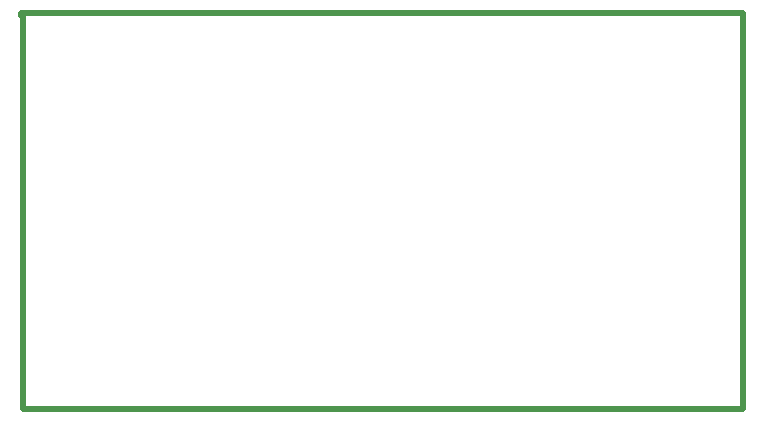
<source format=gko>
G04 Layer: BoardOutlineLayer*
G04 EasyEDA v6.5.22, 2023-04-01 07:59:08*
G04 7fe897ac635649ec9317f66c388b8081,f086b915ab1b43d4b1f8ac0bdbc02707,10*
G04 Gerber Generator version 0.2*
G04 Scale: 100 percent, Rotated: No, Reflected: No *
G04 Dimensions in millimeters *
G04 leading zeros omitted , absolute positions ,4 integer and 5 decimal *
%FSLAX45Y45*%
%MOMM*%

%ADD10C,0.5000*%
D10*
X-1270000Y1473200D02*
G01*
X-1270000Y1498600D01*
X4838700Y1498600D01*
X4838700Y-1854200D01*
X-1257300Y-1854200D01*
X-1257300Y1460500D01*

%LPD*%
M02*

</source>
